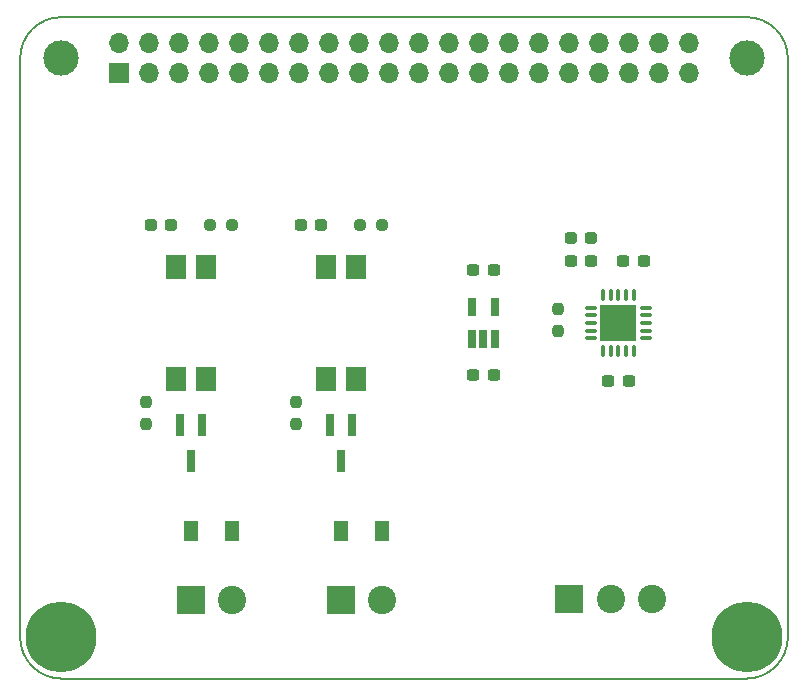
<source format=gts>
G04 #@! TF.GenerationSoftware,KiCad,Pcbnew,(6.0.2)*
G04 #@! TF.CreationDate,2022-07-05T12:59:41+02:00*
G04 #@! TF.ProjectId,Raspberry Pi temperature management hat,52617370-6265-4727-9279-205069207465,V2*
G04 #@! TF.SameCoordinates,Original*
G04 #@! TF.FileFunction,Soldermask,Top*
G04 #@! TF.FilePolarity,Negative*
%FSLAX46Y46*%
G04 Gerber Fmt 4.6, Leading zero omitted, Abs format (unit mm)*
G04 Created by KiCad (PCBNEW (6.0.2)) date 2022-07-05 12:59:41*
%MOMM*%
%LPD*%
G01*
G04 APERTURE LIST*
G04 Aperture macros list*
%AMRoundRect*
0 Rectangle with rounded corners*
0 $1 Rounding radius*
0 $2 $3 $4 $5 $6 $7 $8 $9 X,Y pos of 4 corners*
0 Add a 4 corners polygon primitive as box body*
4,1,4,$2,$3,$4,$5,$6,$7,$8,$9,$2,$3,0*
0 Add four circle primitives for the rounded corners*
1,1,$1+$1,$2,$3*
1,1,$1+$1,$4,$5*
1,1,$1+$1,$6,$7*
1,1,$1+$1,$8,$9*
0 Add four rect primitives between the rounded corners*
20,1,$1+$1,$2,$3,$4,$5,0*
20,1,$1+$1,$4,$5,$6,$7,0*
20,1,$1+$1,$6,$7,$8,$9,0*
20,1,$1+$1,$8,$9,$2,$3,0*%
G04 Aperture macros list end*
G04 #@! TA.AperFunction,Profile*
%ADD10C,0.150000*%
G04 #@! TD*
%ADD11C,6.000000*%
%ADD12RoundRect,0.075000X-0.412500X-0.075000X0.412500X-0.075000X0.412500X0.075000X-0.412500X0.075000X0*%
%ADD13RoundRect,0.075000X-0.075000X-0.412500X0.075000X-0.412500X0.075000X0.412500X-0.075000X0.412500X0*%
%ADD14R,3.100000X3.100000*%
%ADD15RoundRect,0.237500X-0.237500X0.250000X-0.237500X-0.250000X0.237500X-0.250000X0.237500X0.250000X0*%
%ADD16RoundRect,0.237500X-0.250000X-0.237500X0.250000X-0.237500X0.250000X0.237500X-0.250000X0.237500X0*%
%ADD17R,2.400000X2.400000*%
%ADD18C,2.400000*%
%ADD19RoundRect,0.237500X0.287500X0.237500X-0.287500X0.237500X-0.287500X-0.237500X0.287500X-0.237500X0*%
%ADD20RoundRect,0.237500X-0.287500X-0.237500X0.287500X-0.237500X0.287500X0.237500X-0.287500X0.237500X0*%
%ADD21RoundRect,0.237500X-0.300000X-0.237500X0.300000X-0.237500X0.300000X0.237500X-0.300000X0.237500X0*%
%ADD22R,1.780000X2.000000*%
%ADD23R,1.300000X1.700000*%
%ADD24C,3.000000*%
%ADD25R,0.800000X1.900000*%
%ADD26R,0.650000X1.560000*%
%ADD27R,1.700000X1.700000*%
%ADD28O,1.700000X1.700000*%
G04 APERTURE END LIST*
D10*
X111500000Y-50000000D02*
G75*
G03*
X108000000Y-46500000I-3499999J1D01*
G01*
X50000000Y-46500000D02*
X108000000Y-46500000D01*
X50000000Y-102500000D02*
X108000000Y-102500000D01*
X111500000Y-50000000D02*
X111500000Y-99000000D01*
X108000000Y-102500000D02*
G75*
G03*
X111500000Y-99000000I1J3499999D01*
G01*
X46500000Y-99000000D02*
G75*
G03*
X50000000Y-102500000I3499999J-1D01*
G01*
X50000000Y-46500000D02*
G75*
G03*
X46500000Y-50000000I-1J-3499999D01*
G01*
X46500000Y-50000000D02*
X46500000Y-99000000D01*
D11*
X108000000Y-99000000D03*
D12*
X94792500Y-71090000D03*
X94792500Y-71740000D03*
X94792500Y-72390000D03*
X94792500Y-73040000D03*
X94792500Y-73690000D03*
D13*
X95855000Y-74752500D03*
X96505000Y-74752500D03*
X97155000Y-74752500D03*
X97805000Y-74752500D03*
X98455000Y-74752500D03*
D12*
X99517500Y-73690000D03*
X99517500Y-73040000D03*
X99517500Y-72390000D03*
X99517500Y-71740000D03*
X99517500Y-71090000D03*
D13*
X98455000Y-70027500D03*
X97805000Y-70027500D03*
X97155000Y-70027500D03*
X96505000Y-70027500D03*
X95855000Y-70027500D03*
D14*
X97155000Y-72390000D03*
D11*
X50000000Y-99000000D03*
D15*
X69850000Y-79097500D03*
X69850000Y-80922500D03*
D16*
X75287500Y-64135000D03*
X77112500Y-64135000D03*
D15*
X57150000Y-79097500D03*
X57150000Y-80922500D03*
D17*
X73660000Y-95820000D03*
D18*
X77160000Y-95820000D03*
D19*
X94855000Y-65227500D03*
X93105000Y-65227500D03*
D16*
X62587500Y-64135000D03*
X64412500Y-64135000D03*
D20*
X70245000Y-64135000D03*
X71995000Y-64135000D03*
D21*
X84862500Y-76835000D03*
X86587500Y-76835000D03*
D22*
X62230000Y-67625000D03*
X59690000Y-67625000D03*
X59690000Y-77155000D03*
X62230000Y-77155000D03*
D21*
X96292500Y-77292500D03*
X98017500Y-77292500D03*
X84862500Y-67945000D03*
X86587500Y-67945000D03*
D23*
X64460000Y-90000000D03*
X60960000Y-90000000D03*
D17*
X93000000Y-95800000D03*
D18*
X96500000Y-95800000D03*
X100000000Y-95800000D03*
D24*
X50000000Y-50000000D03*
D25*
X74610000Y-81050000D03*
X72710000Y-81050000D03*
X73660000Y-84050000D03*
D17*
X60960000Y-95820000D03*
D18*
X64460000Y-95820000D03*
D21*
X97562500Y-67132500D03*
X99287500Y-67132500D03*
D23*
X77160000Y-90000000D03*
X73660000Y-90000000D03*
D21*
X93117500Y-67132500D03*
X94842500Y-67132500D03*
D20*
X57545000Y-64135000D03*
X59295000Y-64135000D03*
D26*
X84775000Y-73740000D03*
X85725000Y-73740000D03*
X86675000Y-73740000D03*
X86675000Y-71040000D03*
X84775000Y-71040000D03*
D22*
X74930000Y-67625000D03*
X72390000Y-67625000D03*
X72390000Y-77155000D03*
X74930000Y-77155000D03*
D25*
X61910000Y-81050000D03*
X60010000Y-81050000D03*
X60960000Y-84050000D03*
D24*
X108000000Y-50000000D03*
D15*
X92075000Y-71223500D03*
X92075000Y-73048500D03*
D27*
X54870000Y-51270000D03*
D28*
X54870000Y-48730000D03*
X57410000Y-51270000D03*
X57410000Y-48730000D03*
X59950000Y-51270000D03*
X59950000Y-48730000D03*
X62490000Y-51270000D03*
X62490000Y-48730000D03*
X65030000Y-51270000D03*
X65030000Y-48730000D03*
X67570000Y-51270000D03*
X67570000Y-48730000D03*
X70110000Y-51270000D03*
X70110000Y-48730000D03*
X72650000Y-51270000D03*
X72650000Y-48730000D03*
X75190000Y-51270000D03*
X75190000Y-48730000D03*
X77730000Y-51270000D03*
X77730000Y-48730000D03*
X80270000Y-51270000D03*
X80270000Y-48730000D03*
X82810000Y-51270000D03*
X82810000Y-48730000D03*
X85350000Y-51270000D03*
X85350000Y-48730000D03*
X87890000Y-51270000D03*
X87890000Y-48730000D03*
X90430000Y-51270000D03*
X90430000Y-48730000D03*
X92970000Y-51270000D03*
X92970000Y-48730000D03*
X95510000Y-51270000D03*
X95510000Y-48730000D03*
X98050000Y-51270000D03*
X98050000Y-48730000D03*
X100590000Y-51270000D03*
X100590000Y-48730000D03*
X103130000Y-51270000D03*
X103130000Y-48730000D03*
M02*

</source>
